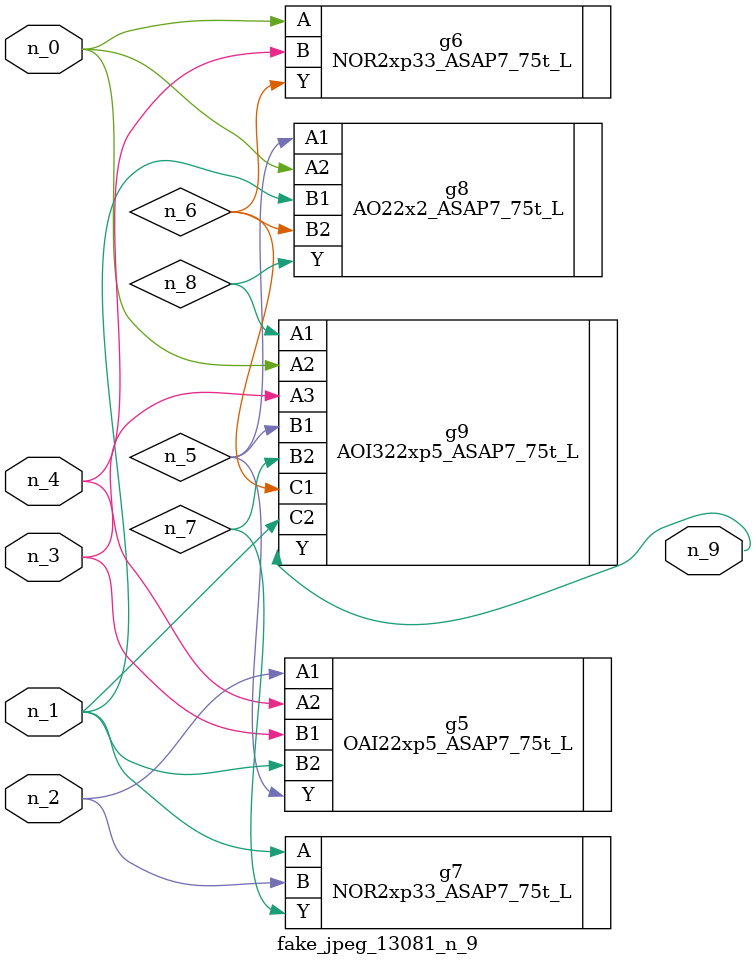
<source format=v>
module fake_jpeg_13081_n_9 (n_3, n_2, n_1, n_0, n_4, n_9);

input n_3;
input n_2;
input n_1;
input n_0;
input n_4;

output n_9;

wire n_8;
wire n_6;
wire n_5;
wire n_7;

OAI22xp5_ASAP7_75t_L g5 ( 
.A1(n_2),
.A2(n_4),
.B1(n_3),
.B2(n_1),
.Y(n_5)
);

NOR2xp33_ASAP7_75t_L g6 ( 
.A(n_0),
.B(n_4),
.Y(n_6)
);

NOR2xp33_ASAP7_75t_L g7 ( 
.A(n_1),
.B(n_2),
.Y(n_7)
);

AO22x2_ASAP7_75t_L g8 ( 
.A1(n_5),
.A2(n_0),
.B1(n_1),
.B2(n_6),
.Y(n_8)
);

AOI322xp5_ASAP7_75t_L g9 ( 
.A1(n_8),
.A2(n_0),
.A3(n_3),
.B1(n_5),
.B2(n_7),
.C1(n_6),
.C2(n_1),
.Y(n_9)
);


endmodule
</source>
